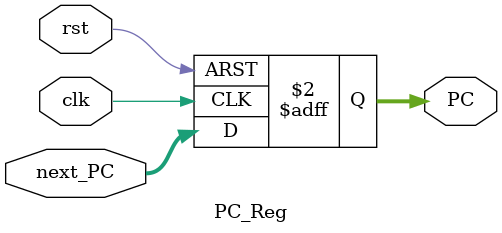
<source format=sv>
module PC_Reg (
    input  logic        clk,        // Clock
    input  logic        rst,        // Reset
    input  logic [31:0] next_PC,    // Next PC value
    output logic [31:0] PC          // Current PC value
);

    always_ff @(posedge clk or posedge rst) begin
        if (rst) begin
            PC <= 32'b0;            // Reset PC to 0
        end
        else begin
            PC <= next_PC;          // Update PC with next_PC
        end
    end

endmodule

</source>
